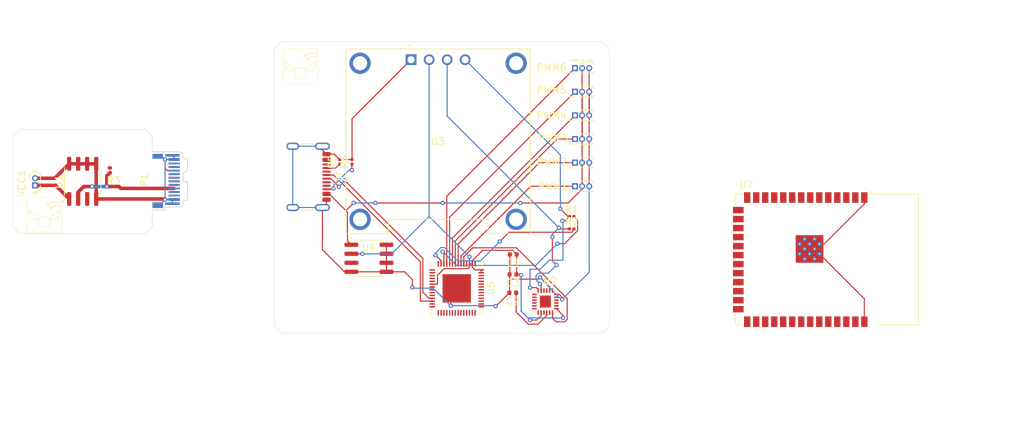
<source format=kicad_pcb>
(kicad_pcb (version 20241229) (generator "pcbnew") (generator_version "9.0")
  (layers (0 "F.Cu" signal) (2 "B.Cu" signal) (13 "F.Paste" user) (15 "B.Paste" user) (5 "F.SilkS" user "F.Silkscreen") (7 "B.SilkS" user "B.Silkscreen") (1 "F.Mask" user) (3 "B.Mask" user) (25 "Edge.Cuts" user))
  (net 0 "")
  (net 2 "SDA")
  (net 4 "3V3")
  (net 5 "Net-(U2-REGOUT)")
  (net 6 "GND")
  (net 13 "ACCELINT")
  (net 14 "PWM4")
  (net 15 "PWM1")
  (net 16 "PWM3")
  (net 17 "PWM2")
  (net 18 "PWM5")
  (net 19 "PWM6")
  (net 20 "SCL")
  (net 52 "Net-(U7-GND-Pad1)")
  (net 66 "USB_D-")
  (net 68 "USB_D+")
  (net 69 "Net-(U5-GPIO7)")
  (net 70 "Net-(U5-GPIO8)")
  (net 72 "5V")
  (net 74 "Net-(J1-CC1)")
  (net 75 "Net-(J1-CC2)")
  (net 76 "Net-(P1-CC)")
  (net 77 "VBUS")
  (net 81 "12V")
  (footprint "Connector_PinHeader_1.00mm:PinHeader_1x03_P1.00mm_Vertical" (layer "F.Cu") (at 182.18 93.67 90)
    (property "Reference" "PWM5")
    (property "Value" "Conn_01x03_MountingPin")
  )
  (footprint "Connector_PinHeader_1.00mm:PinHeader_1x03_P1.00mm_Vertical" (layer "F.Cu") (at 182.18 103.66 90)
    (property "Reference" "PWM2")
    (property "Value" "Conn_01x03_MountingPin")
  )
  (footprint "Connector_USB:USB_C_Plug_JAE_DX07P024AJ1" (layer "F.Cu") (at 124.5425 106.04 90)
    (property "Reference" "P1")
    (property "Value" "USB_C_Plug_USB2.0")
    (fp_line (start -4.3 -1.93) (end -4.3 -0.2275) (stroke (width 0.1)) (layer "Edge.Cuts"))
    (fp_line (start -4.3 -0.2275) (end -3.9 -0.2275) (stroke (width 0.1)) (layer "Edge.Cuts"))
    (fp_line (start 3.9 1.9225) (end 3.9 -1.9175) (stroke (width 0.1)) (layer "Edge.Cuts"))
    (fp_line (start -3.9 1.9225) (end -3.9 -0.2275) (stroke (width 0.1)) (layer "Edge.Cuts"))
    (fp_line (start 3.575 2.3725) (end 3.9 1.9225) (stroke (width 0.1)) (layer "Edge.Cuts"))
    (fp_line (start 3.125 2.3725) (end 3.575 2.3725) (stroke (width 0.1)) (layer "Edge.Cuts"))
    (fp_line (start -3.125 2.3725) (end -3.53 2.3725) (stroke (width 0.1)) (layer "Edge.Cuts"))
    (fp_line (start -3.53 2.3725) (end -3.9 1.9225) (stroke (width 0.1)) (layer "Edge.Cuts"))
    (fp_line (start -0.1 2.4225) (end 0.9 2.4225) (stroke (width 0.1)) (layer "Edge.Cuts"))
    (fp_line (start -0.3 2.6225) (end -0.3 2.8225) (stroke (width 0.1)) (layer "Edge.Cuts"))
    (fp_line (start 2.925 2.8225) (end 2.925 2.5725) (stroke (width 0.1)) (layer "Edge.Cuts"))
    (fp_line (start 1.1 2.8225) (end 1.1 2.6225) (stroke (width 0.1)) (layer "Edge.Cuts"))
    (fp_line (start -2.925 2.8225) (end -2.925 2.5725) (stroke (width 0.1)) (layer "Edge.Cuts"))
    (fp_line (start 1.3 3.0225) (end 2.725 3.0225) (stroke (width 0.1)) (layer "Edge.Cuts"))
    (fp_line (start -0.5 3.0225) (end -2.725 3.0225) (stroke (width 0.1)) (layer "Edge.Cuts"))
    (fp_arc (start -3.125 2.3725) (mid -2.983579 2.431079) (end -2.925 2.5725) (stroke (width 0.1)) (layer "Edge.Cuts"))
    (fp_arc (start 0.9 2.4225) (mid 1.041421 2.481079) (end 1.1 2.6225) (stroke (width 0.1)) (layer "Edge.Cuts"))
    (fp_arc (start 2.925 2.5725) (mid 2.983579 2.431079) (end 3.125 2.3725) (stroke (width 0.1)) (layer "Edge.Cuts"))
    (fp_arc (start -0.3 2.6225) (mid -0.241421 2.481079) (end -0.1 2.4225) (stroke (width 0.1)) (layer "Edge.Cuts"))
    (fp_arc (start 2.925 2.8225) (mid 2.866421 2.963921) (end 2.725 3.0225) (stroke (width 0.1)) (layer "Edge.Cuts"))
    (fp_arc (start -0.3 2.8225) (mid -0.358579 2.963921) (end -0.5 3.0225) (stroke (width 0.1)) (layer "Edge.Cuts"))
    (fp_arc (start 1.3 3.0225) (mid 1.158579 2.963921) (end 1.1 2.8225) (stroke (width 0.1)) (layer "Edge.Cuts"))
    (fp_arc (start -2.725 3.0225) (mid -2.866421 2.963921) (end -2.925 2.8225) (stroke (width 0.1)) (layer "Edge.Cuts"))
  )
  (footprint "Connector_PinHeader_1.00mm:PinHeader_1x03_P1.00mm_Vertical" (layer "F.Cu") (at 182.18 100.33 90)
    (property "Reference" "PWM3")
    (property "Value" "Conn_01x03_MountingPin")
  )
  (footprint "Package_SO:SOIC-8_3.9x4.9mm_P1.27mm" (layer "F.Cu") (at 112.795 106.305 90)
    (property "Reference" "U1")
    (property "Value" "XL1509-5.0")
  )
  (footprint "Resistor_SMD:R_0201_0603Metric" (layer "F.Cu") (at 181.72 113)
    (property "Reference" "R2")
    (property "Value" "4.7K")
  )
  (footprint "hermes:hermes logo" (layer "F.Cu") (at 107.39 111.04)
    (property "Reference" "G***" (hide yes))
    (property "Value" "LOGO" (hide yes))
  )
  (footprint "Capacitor_SMD:C_0402_1005Metric" (layer "F.Cu") (at 173.41 122 180)
    (property "Reference" "C2")
    (property "Value" "C")
  )
  (footprint "Package_SO:SOIC-8_3.9x4.9mm_P1.27mm" (layer "F.Cu") (at 153.14 117.14)
    (property "Reference" "U4")
    (property "Value" "XL1509-3.3")
  )
  (footprint "Resistor_SMD:R_0201_0603Metric" (layer "F.Cu") (at 149.01 103.55 90)
    (property "Reference" "R5")
    (property "Value" "5.1K")
  )
  (footprint "Package_DFN_QFN:QFN-56-1EP_7x7mm_P0.4mm_EP4x4mm" (layer "F.Cu") (at 165.51 121.38 -90)
    (property "Reference" "U5")
    (property "Value" "ESP32-S3")
  )
  (footprint "MPU-6500:QFN40P300X300X95-25N" (layer "F.Cu") (at 178.01 123.24)
    (property "Reference" "U2")
    (property "Value" "MPU-6500")
  )
  (footprint "Capacitor_SMD:C_0402_1005Metric" (layer "F.Cu") (at 173.48 116.6 180)
    (property "Reference" "C1")
    (property "Value" "C")
  )
  (footprint "Capacitor_SMD:C_0402_1005Metric" (layer "F.Cu") (at 173.44 119.42)
    (property "Reference" "C3")
    (property "Value" "C")
  )
  (footprint "Connector_PinHeader_1.00mm:PinHeader_1x03_P1.00mm_Vertical" (layer "F.Cu") (at 182.18 90.34 90)
    (property "Reference" "PWM6")
    (property "Value" "Conn_01x03_MountingPin")
  )
  (footprint "Connector_PinHeader_1.00mm:PinHeader_1x03_P1.00mm_Vertical" (layer "F.Cu") (at 182.18 106.99 90)
    (property "Reference" "PWM1")
    (property "Value" "Conn_01x03_MountingPin")
  )
  (footprint "DM-OLED096-636:MODULE_DM-OLED096-636" (layer "F.Cu") (at 162.89 100.6525)
    (property "Reference" "U3")
    (property "Value" "DM-OLED096-636")
  )
  (footprint "RF_Module:ESP32-S3-WROOM-1" (layer "F.Cu") (at 217.7 117.33 -90)
    (property "Reference" "U7")
    (property "Value" "ESP32-S3-WROOM-1")
  )
  (footprint "Connector_PinHeader_1.00mm:PinHeader_1x02_P1.00mm_Vertical" (layer "F.Cu") (at 106.09 106.86 180)
    (property "Reference" "VCC1")
    (property "Value" "Conn_01x02_MountingPin")
  )
  (footprint "Resistor_SMD:R_0201_0603Metric" (layer "F.Cu") (at 150.76 103.55 90)
    (property "Reference" "R6")
    (property "Value" "5.1K")
  )
  (footprint "hermes:hermes logo" (layer "F.Cu") (at 143.47 90.06)
    (property "Reference" "G***" (hide yes))
    (property "Value" "LOGO" (hide yes))
  )
  (footprint "Connector_USB:USB_C_Receptacle_GCT_USB4105-xx-A_16P_TopMnt_Horizontal" (layer "F.Cu") (at 143.48 105.67 -90)
    (property "Reference" "J1")
    (property "Value" "USB_C_Receptacle_USB2.0_16P")
  )
  (footprint "Resistor_SMD:R_0201_0603Metric" (layer "F.Cu") (at 181.72 111.25)
    (property "Reference" "R1")
    (property "Value" "4.7K")
  )
  (footprint "Connector_PinHeader_1.00mm:PinHeader_1x03_P1.00mm_Vertical" (layer "F.Cu") (at 182.18 97 90)
    (property "Reference" "PWM4")
    (property "Value" "Conn_01x03_MountingPin")
  )
  (footprint "Resistor_SMD:R_0201_0603Metric" (layer "F.Cu") (at 116.68 104.73 -90)
    (property "Reference" "R3")
    (property "Value" "5.1K")
  )
  (gr_line (start 122.603938 102.14) (end 122.603938 99.97) (stroke (width 0.05)) (layer "Edge.Cuts"))
  (gr_line (start 139.81 87.6) (end 140.81 86.6) (stroke (width 0.05)) (layer "Edge.Cuts"))
  (gr_line (start 103.91 113.67) (end 102.91 112.67) (stroke (width 0.05)) (layer "Edge.Cuts"))
  (gr_line (start 122.603938 99.97) (end 121.603938 98.97) (stroke (width 0.05)) (layer "Edge.Cuts"))
  (gr_line (start 140.81 86.6) (end 186.06 86.6) (stroke (width 0.05)) (layer "Edge.Cuts"))
  (gr_line (start 102.91 99.97) (end 103.91 98.97) (stroke (width 0.05)) (layer "Edge.Cuts"))
  (gr_line (start 186.06 86.6) (end 187.06 87.6) (stroke (width 0.05)) (layer "Edge.Cuts"))
  (gr_line (start 186.06 127.68) (end 187.06 126.68) (stroke (width 0.05)) (layer "Edge.Cuts"))
  (gr_line (start 140.81 127.68) (end 139.81 126.68) (stroke (width 0.05)) (layer "Edge.Cuts"))
  (gr_line (start 187.06 126.68) (end 187.06 87.6) (stroke (width 0.05)) (layer "Edge.Cuts"))
  (gr_line (start 121.603938 98.97) (end 103.91 98.97) (stroke (width 0.05)) (layer "Edge.Cuts"))
  (gr_line (start 140.81 127.68) (end 186.06 127.68) (stroke (width 0.05)) (layer "Edge.Cuts"))
  (gr_line (start 127.646421 110.589548) (end 127.646421 110.589548) (stroke (width 0.05)) (layer "Edge.Cuts"))
  (gr_line (start 121.603938 113.67) (end 122.603938 112.67) (stroke (width 0.05)) (layer "Edge.Cuts"))
  (gr_line (start 102.91 112.67) (end 102.91 99.97) (stroke (width 0.05)) (layer "Edge.Cuts"))
  (gr_line (start 122.603938 112.67) (end 122.603938 110.34) (stroke (width 0.05)) (layer "Edge.Cuts"))
  (gr_line (start 121.603938 113.67) (end 103.91 113.67) (stroke (width 0.05)) (layer "Edge.Cuts"))
  (gr_line (start 139.81 126.68) (end 139.81 87.6) (stroke (width 0.05)) (layer "Edge.Cuts"))
  (gr_text "12V\n" (at 105.64 108.13 0) (layer "F.SilkS") (effects (font (size 0.3 0.3) (thickness 0.075)) (justify left bottom)))
  (gr_text "PWM\n" (at 181.63 89.45 0) (layer "F.SilkS") (effects (font (size 0.3 0.3) (thickness 0.075)) (justify left bottom)))
  (gr_text "GND" (at 105.55 105.05 0) (layer "F.SilkS") (effects (font (size 0.3 0.3) (thickness 0.075)) (justify left bottom)))
  (gr_text "GND" (at 183.79 89.46 0) (layer "F.SilkS") (effects (font (size 0.3 0.3) (thickness 0.075)) (justify left bottom)))
  (gr_text "5V\n" (at 182.93 89.45 0) (layer "F.SilkS") (effects (font (size 0.3 0.3) (thickness 0.075)) (justify left bottom)))
  (segment (start 175.84 121.275) (end 176.73 121.275) (width 0.15) (layer "F.Cu") (net 2))
  (segment (start 180.41 111.86) (end 180.79 111.86) (width 0.15) (layer "F.Cu") (net 2))
  (segment (start 180.79 111.86) (end 181.4 111.25) (width 0.15) (layer "F.Cu") (net 2))
  (segment (start 177.01 121.555) (end 177.01 121.695) (width 0.15) (layer "F.Cu") (net 2))
  (segment (start 181.19 111.25) (end 180.12 110.18) (width 0.15) (layer "F.Cu") (net 2))
  (segment (start 181.4 111.25) (end 181.19 111.25) (width 0.15) (layer "F.Cu") (net 2))
  (segment (start 176.73 121.275) (end 177.01 121.555) (width 0.15) (layer "F.Cu") (net 2))
  (via (at 180.12 110.18) (size 0.6) (drill 0.3) (layers "F.Cu" "B.Cu") (net 2))
  (via (at 175.84 121.275) (size 0.6) (drill 0.3) (layers "F.Cu" "B.Cu") (net 2))
  (via (at 180.41 111.86) (size 0.6) (drill 0.3) (layers "F.Cu" "B.Cu") (net 2))
  (segment (start 177.29 118.68) (end 178.56 117.41) (width 0.15) (layer "B.Cu") (net 2))
  (segment (start 175.84 121.275) (end 175.84 118.69) (width 0.15) (layer "B.Cu") (net 2))
  (segment (start 180.486 111.936) (end 180.41 111.86) (width 0.15) (layer "B.Cu") (net 2))
  (segment (start 175.85 118.68) (end 177.29 118.68) (width 0.15) (layer "B.Cu") (net 2))
  (segment (start 175.84 118.69) (end 175.85 118.68) (width 0.15) (layer "B.Cu") (net 2))
  (segment (start 180.486 117.41) (end 180.486 111.936) (width 0.15) (layer "B.Cu") (net 2))
  (segment (start 180.12 110.18) (end 180.12 102.5725) (width 0.15) (layer "B.Cu") (net 2))
  (segment (start 178.56 117.41) (end 180.486 117.41) (width 0.15) (layer "B.Cu") (net 2))
  (segment (start 180.12 102.5725) (end 166.7 89.1525) (width 0.15) (layer "B.Cu") (net 2))
  (segment (start 174.5 119.42) (end 174.59 119.51) (width 0.15) (layer "F.Cu") (net 4))
  (segment (start 168.09758 118.78) (end 168.96 118.78) (width 0.15) (layer "F.Cu") (net 4))
  (segment (start 173.96 119.38) (end 173.92 119.42) (width 0.15) (layer "F.Cu") (net 4))
  (segment (start 150.68 116.52) (end 152.21 116.52) (width 0.15) (layer "F.Cu") (net 4))
  (segment (start 168.96 118.78) (end 168.96 119.18) (width 0.15) (layer "F.Cu") (net 4))
  (segment (start 167.31 118.39242) (end 167.31 117.93) (width 0.15) (layer "F.Cu") (net 4))
  (segment (start 173.374 116.014) (end 173.96 116.6) (width 0.15) (layer "F.Cu") (net 4))
  (segment (start 167.71 117.93) (end 167.71 117.46758) (width 0.15) (layer "F.Cu") (net 4))
  (segment (start 173.96 116.6) (end 173.96 119.38) (width 0.15) (layer "F.Cu") (net 4))
  (segment (start 177.41 125.217978) (end 177.41 124.785) (width 0.15) (layer "F.Cu") (net 4))
  (segment (start 167.31 116.94) (end 167.31 117.93) (width 0.15) (layer "F.Cu") (net 4))
  (segment (start 167.71 117.93) (end 167.71 118.39242) (width 0.15) (layer "F.Cu") (net 4))
  (segment (start 163.732 118.606) (end 167.09642 118.606) (width 0.15) (layer "F.Cu") (net 4))
  (segment (start 150.665 116.505) (end 150.68 116.52) (width 0.15) (layer "F.Cu") (net 4))
  (segment (start 167.71 117.46758) (end 169.16358 116.014) (width 0.15) (layer "F.Cu") (net 4))
  (segment (start 167.71 118.39242) (end 168.09758 118.78) (width 0.15) (layer "F.Cu") (net 4))
  (segment (start 180.5 125.52) (end 180.5 125.185) (width 0.15) (layer "F.Cu") (net 4))
  (segment (start 176.777978 125.85) (end 177.41 125.217978) (width 0.15) (layer "F.Cu") (net 4))
  (segment (start 167.09642 118.606) (end 167.31 118.39242) (width 0.15) (layer "F.Cu") (net 4))
  (segment (start 162.8 120.78) (end 162.8 119.538) (width 0.15) (layer "F.Cu") (net 4))
  (segment (start 167.31 117.93) (end 167.71 117.93) (width 0.15) (layer "F.Cu") (net 4))
  (segment (start 180.5 125.185) (end 179.555 124.24) (width 0.15) (layer "F.Cu") (net 4))
  (segment (start 175.84 125.85) (end 176.777978 125.85) (width 0.15) (layer "F.Cu") (net 4))
  (segment (start 162.06 120.78) (end 162.8 120.78) (width 0.15) (layer "F.Cu") (net 4))
  (segment (start 162.8 119.538) (end 163.732 118.606) (width 0.15) (layer "F.Cu") (net 4))
  (segment (start 173.92 119.42) (end 174.5 119.42) (width 0.15) (layer "F.Cu") (net 4))
  (segment (start 169.16358 116.014) (end 173.374 116.014) (width 0.15) (layer "F.Cu") (net 4))
  (via (at 167.31 116.94) (size 0.6) (drill 0.3) (layers "F.Cu" "B.Cu") (net 4))
  (via (at 180.5 125.52) (size 0.6) (drill 0.3) (layers "F.Cu" "B.Cu") (net 4))
  (via (at 174.59 119.51) (size 0.6) (drill 0.3) (layers "F.Cu" "B.Cu") (net 4))
  (via (at 175.84 125.85) (size 0.6) (drill 0.3) (layers "F.Cu" "B.Cu") (net 4))
  (via (at 152.21 116.52) (size 0.6) (drill 0.3) (layers "F.Cu" "B.Cu") (net 4))
  (segment (start 175.54 125.55) (end 180.47 125.55) (width 0.15) (layer "B.Cu") (net 4))
  (segment (start 161.62 89.1525) (end 161.62 111.25) (width 0.15) (layer "B.Cu") (net 4))
  (segment (start 174.59 124.6) (end 175.54 125.55) (width 0.15) (layer "B.Cu") (net 4))
  (segment (start 161.62 111.25) (end 167.31 116.94) (width 0.15) (layer "B.Cu") (net 4))
  (segment (start 175.54 125.55) (end 175.84 125.85) (width 0.15) (layer "B.Cu") (net 4))
  (segment (start 156.35 116.52) (end 161.62 111.25) (width 0.15) (layer "B.Cu") (net 4))
  (segment (start 180.47 125.55) (end 180.5 125.52) (width 0.15) (layer "B.Cu") (net 4))
  (segment (start 174.59 119.51) (end 174.59 124.6) (width 0.15) (layer "B.Cu") (net 4))
  (segment (start 152.21 116.52) (end 156.35 116.52) (width 0.15) (layer "B.Cu") (net 4))
  (segment (start 175.601412 126.426) (end 176.973978 126.426) (width 0.15) (layer "F.Cu") (net 5))
  (segment (start 176.973978 126.426) (end 178.21 125.189978) (width 0.15) (layer "F.Cu") (net 5))
  (segment (start 173.89 124.714588) (end 175.601412 126.426) (width 0.15) (layer "F.Cu") (net 5))
  (segment (start 178.21 125.189978) (end 178.21 124.785) (width 0.15) (layer "F.Cu") (net 5))
  (segment (start 173.89 122) (end 173.89 124.714588) (width 0.15) (layer "F.Cu") (net 5))
  (segment (start 125.683306 103.221694) (end 125.69 103.215) (width 0.15) (layer "F.Cu") (net 6))
  (segment (start 172.93 121.95) (end 172.96 121.92) (width 0.15) (layer "F.Cu") (net 6))
  (segment (start 184.18 103.66) (end 184.18 100.33) (width 0.15) (layer "F.Cu") (net 6))
  (segment (start 180.374117 122.654139) (end 179.959978 122.24) (width 0.15) (layer "F.Cu") (net 6))
  (segment (start 150.76 103.23) (end 150.76 97.4725) (width 0.15) (layer "F.Cu") (net 6))
  (segment (start 155.615 119.045) (end 155.615 117.775) (width 0.15) (layer "F.Cu") (net 6))
  (segment (start 184.18 93.67) (end 184.18 100.33) (width 0.15) (layer "F.Cu") (net 6))
  (segment (start 177.004 120.086) (end 173.016 120.086) (width 0.15) (layer "F.Cu") (net 6))
  (segment (start 149.01 103.23) (end 150.76 103.23) (width 0.15) (layer "F.Cu") (net 6))
  (segment (start 172.96 120.03) (end 172.96 119.42) (width 0.15) (layer "F.Cu") (net 6))
  (segment (start 184.18 90.34) (end 184.18 93.67) (width 0.15) (layer "F.Cu") (net 6))
  (segment (start 173.016 120.086) (end 172.96 120.03) (width 0.15) (layer "F.Cu") (net 6))
  (segment (start 155.615 116.505) (end 155.615 115.235) (width 0.15) (layer "F.Cu") (net 6))
  (segment (start 106.09 105.86) (end 108.86 105.86) (width 0.5) (layer "F.Cu") (net 6))
  (segment (start 172.96 121.92) (end 172.96 120.7) (width 0.15) (layer "F.Cu") (net 6))
  (segment (start 110.89 103.83) (end 110.86 103.83) (width 0.15) (layer "F.Cu") (net 6))
  (segment (start 114.7 103.83) (end 113.43 103.83) (width 0.5) (layer "F.Cu") (net 6))
  (segment (start 164.66 122.23) (end 165.51 121.38) (width 0.15) (layer "F.Cu") (net 6))
  (segment (start 108.86 105.86) (end 110.89 103.83) (width 0.5) (layer "F.Cu") (net 6))
  (segment (start 124.316735 108.78) (end 124.407483 108.870748) (width 0.15) (layer "F.Cu") (net 6))
  (segment (start 184.18 106.99) (end 184.18 103.66) (width 0.15) (layer "F.Cu") (net 6))
  (segment (start 147.16 109.415) (end 146.585 109.99) (width 0.15) (layer "F.Cu") (net 6))
  (segment (start 148.25 102.47) (end 149.01 103.23) (width 0.15) (layer "F.Cu") (net 6))
  (segment (start 171.04 123.89) (end 172.93 122) (width 0.15) (layer "F.Cu") (net 6))
  (segment (start 177.26951 119.82049) (end 177.004 120.086) (width 0.15) (layer "F.Cu") (net 6))
  (segment (start 114.7 103.83) (end 114.7 108.78) (width 0.5) (layer "F.Cu") (net 6))
  (segment (start 179.959978 122.24) (end 179.555 122.24) (width 0.15) (layer "F.Cu") (net 6))
  (segment (start 172.96 120.3) (end 172.96 120.03) (width 0.15) (layer "F.Cu") (net 6))
  (segment (start 147.16 108.87) (end 147.16 109.415) (width 0.15) (layer "F.Cu") (net 6))
  (segment (start 171 123.89) (end 171.04 123.89) (width 0.15) (layer "F.Cu") (net 6))
  (segment (start 125.69 108.865) (end 124.413231 108.865) (width 0.15) (layer "F.Cu") (net 6))
  (segment (start 110.89 103.83) (end 112.16 103.83) (width 0.5) (layer "F.Cu") (net 6))
  (segment (start 124.424137 103.221694) (end 125.683306 103.221694) (width 0.15) (layer "F.Cu") (net 6))
  (segment (start 150.665 119.045) (end 155.615 119.045) (width 0.15) (layer "F.Cu") (net 6))
  (segment (start 112.16 103.83) (end 113.43 103.83) (width 0.5) (layer "F.Cu") (net 6))
  (segment (start 147.16 102.47) (end 148.25 102.47) (width 0.15) (layer "F.Cu") (net 6))
  (segment (start 178.61 121.16098) (end 178.61 121.695) (width 0.15) (layer "F.Cu") (net 6))
  (segment (start 184.18 93.67) (end 184.18 97) (width 0.15) (layer "F.Cu") (net 6))
  (segment (start 146.585 101.35) (end 146.585 101.895) (width 0.15) (layer "F.Cu") (net 6))
  (segment (start 150.76 97.4725) (end 159.08 89.1525) (width 0.15) (layer "F.Cu") (net 6))
  (segment (start 177.26951 119.82049) (end 178.61 121.16098) (width 0.15) (layer "F.Cu") (net 6))
  (segment (start 180.374117 122.925096) (end 180.374117 122.654139) (width 0.15) (layer "F.Cu") (net 6))
  (segment (start 172.93 122) (end 172.93 121.95) (width 0.15) (layer "F.Cu") (net 6))
  (segment (start 159.26 120.14) (end 158.165 119.045) (width 0.15) (layer "F.Cu") (net 6))
  (segment (start 159.26 121.24) (end 159.26 120.14) (width 0.15) (layer "F.Cu") (net 6))
  (segment (start 124.413231 108.865) (end 124.407483 108.870748) (width 0.15) (layer "F.Cu") (net 6))
  (segment (start 114.7 108.78) (end 124.316735 108.78) (width 0.5) (layer "F.Cu") (net 6))
  (segment (start 158.165 119.045) (end 155.615 119.045) (width 0.15) (layer "F.Cu") (net 6))
  (segment (start 124.286283 108.749548) (end 124.407483 108.870748) (width 0.15) (layer "F.Cu") (net 6))
  (segment (start 146.585 101.895) (end 147.16 102.47) (width 0.15) (layer "F.Cu") (net 6))
  (segment (start 155.615 117.775) (end 155.615 116.505) (width 0.15) (layer "F.Cu") (net 6))
  (segment (start 173 119.38) (end 172.96 119.42) (width 0.15) (layer "F.Cu") (net 6))
  (segment (start 146.585 115.939999) (end 146.585 109.99) (width 0.15) (layer "F.Cu") (net 6))
  (segment (start 172.96 120.7) (end 172.96 120.3) (width 0.15) (layer "F.Cu") (net 6))
  (segment (start 150.665 119.045) (end 149.690001 119.045) (width 0.15) (layer "F.Cu") (net 6))
  (segment (start 164.66 123.82) (end 164.66 122.23) (width 0.15) (layer "F.Cu") (net 6))
  (segment (start 149.690001 119.045) (end 146.585 115.939999) (width 0.15) (layer "F.Cu") (net 6))
  (segment (start 177.26951 119.82049) (end 177.77451 120.32549) (width 0.15) (layer "F.Cu") (net 6))
  (segment (start 173 116.6) (end 173 119.38) (width 0.15) (layer "F.Cu") (net 6))
  (via (at 177.26951 119.82049) (size 0.6) (drill 0.3) (layers "F.Cu" "B.Cu") (net 6))
  (via (at 171 123.89) (size 0.6) (drill 0.3) (layers "F.Cu" "B.Cu") (net 6))
  (via (at 124.407483 108.870748) (size 0.6) (drill 0.3) (layers "F.Cu" "B.Cu") (net 6))
  (via (at 159.26 121.24) (size 0.6) (drill 0.3) (layers "F.Cu" "B.Cu") (net 6))
  (via (at 164.66 123.82) (size 0.6) (drill 0.3) (layers "F.Cu" "B.Cu") (net 6))
  (via (at 124.424137 103.221694) (size 0.6) (drill 0.3) (layers "F.Cu" "B.Cu") (net 6))
  (via (at 180.374117 122.925096) (size 0.6) (drill 0.3) (layers "F.Cu" "B.Cu") (net 6))
  (segment (start 184.18 119.119213) (end 180.374117 122.925096) (width 0.15) (layer "B.Cu") (net 6))
  (segment (start 159.26 121.24) (end 159.38 121.36) (width 0.15) (layer "B.Cu") (net 6))
  (segment (start 142.405 101.35) (end 146.585 101.35) (width 0.15) (layer "B.Cu") (net 6))
  (segment (start 159.38 121.36) (end 162.2 121.36) (width 0.15) (layer "B.Cu") (net 6))
  (segment (start 123.37 102.77) (end 123.972443 102.77) (width 0.15) (layer "B.Cu") (net 6))
  (segment (start 125.69 102.885) (end 125.521 102.716) (width 0.15) (layer "B.Cu") (net 6))
  (segment (start 124.407483 108.870748) (end 124.407483 103.238348) (width 0.15) (layer "B.Cu") (net 6))
  (segment (start 124.407483 103.238348) (end 124.424137 103.221694) (width 0.15) (layer "B.Cu") (net 6))
  (segment (start 170.93 123.82) (end 171 123.89) (width 0.15) (layer "B.Cu") (net 6))
  (segment (start 180.248653 122.925096) (end 180.374117 122.925096) (width 0.15) (layer "B.Cu") (net 6))
  (segment (start 123.613231 109.665) (end 124.407483 108.870748) (width 0.15) (layer "B.Cu") (net 6))
  (segment (start 125.521 102.716) (end 125.44 102.716) (width 0.15) (layer "B.Cu") (net 6))
  (segment (start 125.44 109.115) (end 125.44 109.364) (width 0.15) (layer "B.Cu") (net 6))
  (segment (start 177.77451 120.450953) (end 180.248653 122.925096) (width 0.15) (layer "B.Cu") (net 6))
  (segment (start 123.37 109.665) (end 123.613231 109.665) (width 0.15) (layer "B.Cu") (net 6))
  (segment (start 125.69 108.865) (end 125.44 109.115) (width 0.15) (layer "B.Cu") (net 6))
  (segment (start 164.66 123.82) (end 170.93 123.82) (width 0.15) (layer "B.Cu") (net 6))
  (segment (start 177.77451 120.32549) (end 177.77451 120.450953) (width 0.15) (layer "B.Cu") (net 6))
  (segment (start 162.2 121.36) (end 164.66 123.82) (width 0.15) (layer "B.Cu") (net 6))
  (segment (start 184.18 106.99) (end 184.18 119.119213) (width 0.15) (layer "B.Cu") (net 6))
  (segment (start 142.405 109.99) (end 142.405 101.35) (width 0.15) (layer "B.Cu") (net 6))
  (segment (start 177.26951 119.82049) (end 177.77451 120.32549) (width 0.15) (layer "B.Cu") (net 6))
  (segment (start 146.585 109.99) (end 142.405 109.99) (width 0.15) (layer "B.Cu") (net 6))
  (segment (start 125.69 103.215) (end 125.69 102.885) (width 0.15) (layer "B.Cu") (net 6))
  (segment (start 123.972443 102.77) (end 124.424137 103.221694) (width 0.15) (layer "B.Cu") (net 6))
  (segment (start 180.738588 126.096) (end 181.076 125.758588) (width 0.15) (layer "F.Cu") (net 13))
  (segment (start 167.772412 115.663) (end 166.51 116.925412) (width 0.15) (layer "F.Cu") (net 13))
  (segment (start 173.925194 115.663) (end 167.772412 115.663) (width 0.15) (layer "F.Cu") (net 13))
  (segment (start 181.076 122.813806) (end 173.925194 115.663) (width 0.15) (layer "F.Cu") (net 13))
  (segment (start 166.51 116.925412) (end 166.51 117.93) (width 0.15) (layer "F.Cu") (net 13))
  (segment (start 179.516 126.096) (end 180.738588 126.096) (width 0.15) (layer "F.Cu") (net 13))
  (segment (start 179.01 125.59) (end 179.516 126.096) (width 0.15) (layer "F.Cu") (net 13))
  (segment (start 181.076 125.758588) (end 181.076 122.813806) (width 0.15) (layer "F.Cu") (net 13))
  (segment (start 179.01 124.785) (end 179.01 125.59) (width 0.15) (layer "F.Cu") (net 13))
  (segment (start 164.91 114.27) (end 182.18 97) (width 0.15) (layer "F.Cu") (net 14))
  (segment (start 164.91 117.93) (end 164.91 114.27) (width 0.15) (layer "F.Cu") (net 14))
  (segment (start 166.11 117.93) (end 166.11 116.829024) (width 0.15) (layer "F.Cu") (net 15))
  (segment (start 175.949024 106.99) (end 182.18 106.99) (width 0.15) (layer "F.Cu") (net 15))
  (segment (start 166.11 116.829024) (end 175.949024 106.99) (width 0.15) (layer "F.Cu") (net 15))
  (segment (start 179.68 100.33) (end 182.18 100.33) (width 0.15) (layer "F.Cu") (net 16))
  (segment (start 165.31 117.93) (end 165.31 114.7) (width 0.15) (layer "F.Cu") (net 16))
  (segment (start 165.31 114.7) (end 179.68 100.33) (width 0.15) (layer "F.Cu") (net 16))
  (segment (start 165.71 117.93) (end 165.71 115.13) (width 0.15) (layer "F.Cu") (net 17))
  (segment (start 165.71 115.13) (end 177.18 103.66) (width 0.15) (layer "F.Cu") (net 17))
  (segment (start 177.18 103.66) (end 182.18 103.66) (width 0.15) (layer "F.Cu") (net 17))
  (segment (start 164.51 111.34) (end 182.18 93.67) (width 0.15) (layer "F.Cu") (net 18))
  (segment (start 164.51 117.93) (end 164.51 111.34) (width 0.15) (layer "F.Cu") (net 18))
  (segment (start 164.11 117.93) (end 164.11 108.41) (width 0.15) (layer "F.Cu") (net 19))
  (segment (start 164.11 108.41) (end 182.18 90.34) (width 0.15) (layer "F.Cu") (net 19))
  (segment (start 179.58 118.09) (end 178.99 117.5) (width 0.15) (layer "F.Cu") (net 20))
  (segment (start 178.99 117.5) (end 178.99 114.13) (width 0.15) (layer "F.Cu") (net 20))
  (segment (start 177.41 121.695) (end 177.41 120.91) (width 0.15) (layer "F.Cu") (net 20))
  (segment (start 177.41 120.91) (end 177.25 120.75) (width 0.15) (layer "F.Cu") (net 20))
  (segment (start 180.07 113) (end 181.4 113) (width 0.15) (layer "F.Cu") (net 20))
  (segment (start 179.91 112.84) (end 180.07 113) (width 0.15) (layer "F.Cu") (net 20))
  (via (at 179.58 118.09) (size 0.6) (drill 0.3) (layers "F.Cu" "B.Cu") (net 20))
  (via (at 179.91 112.84) (size 0.6) (drill 0.3) (layers "F.Cu" "B.Cu") (net 20))
  (via (at 177.25 120.75) (size 0.6) (drill 0.3) (layers "F.Cu" "B.Cu") (net 20))
  (via (at 178.99 114.13) (size 0.6) (drill 0.3) (layers "F.Cu" "B.Cu") (net 20))
  (segment (start 178.99 113.76) (end 179.91 112.84) (width 0.15) (layer "B.Cu") (net 20))
  (segment (start 164.16 97.09) (end 179.91 112.84) (width 0.15) (layer "B.Cu") (net 20))
  (segment (start 176.69351 120.19351) (end 176.69351 119.581902) (width 0.15) (layer "B.Cu") (net 20))
  (segment (start 177.030922 119.24449) (end 178.42551 119.24449) (width 0.15) (layer "B.Cu") (net 20))
  (segment (start 178.42551 119.24449) (end 179.58 118.09) (width 0.15) (layer "B.Cu") (net 20))
  (segment (start 177.25 120.75) (end 176.69351 120.19351) (width 0.15) (layer "B.Cu") (net 20))
  (segment (start 176.69351 119.581902) (end 177.030922 119.24449) (width 0.15) (layer "B.Cu") (net 20))
  (segment (start 164.16 89.1525) (end 164.16 97.09) (width 0.15) (layer "B.Cu") (net 20))
  (segment (start 178.99 114.13) (end 178.99 113.76) (width 0.15) (layer "B.Cu") (net 20))
  (segment (start 222.96 122.85) (end 216.64 116.53) (width 0.15) (layer "F.Cu") (net 52))
  (segment (start 217.31 115.13) (end 216.64 115.13) (width 0.15) (layer "F.Cu") (net 52))
  (segment (start 222.96 126.08) (end 222.96 122.85) (width 0.15) (layer "F.Cu") (net 52))
  (segment (start 222.96 109.48) (end 217.31 115.13) (width 0.15) (layer "F.Cu") (net 52))
  (segment (start 222.96 108.58) (end 222.96 109.48) (width 0.15) (layer "F.Cu") (net 52))
  (segment (start 160.736412 117.174094) (end 149.701159 106.138841) (width 0.15) (layer "F.Cu") (net 66))
  (segment (start 160.736412 121.918832) (end 160.736412 117.174094) (width 0.15) (layer "F.Cu") (net 66))
  (segment (start 162.06 122.78) (end 161.59758 122.78) (width 0.15) (layer "F.Cu") (net 66))
  (segment (start 148.9 107.06) (end 147.76 105.92) (width 0.15) (layer "F.Cu") (net 66))
  (segment (start 147.76 105.92) (end 147.16 105.92) (width 0.15) (layer "F.Cu") (net 66))
  (segment (start 161.59758 122.78) (end 160.736412 121.918832) (width 0.15) (layer "F.Cu") (net 66))
  (via (at 148.9 107.06) (size 0.6) (drill 0.3) (layers "F.Cu" "B.Cu") (net 66))
  (via (at 149.701159 106.138841) (size 0.6) (drill 0.3) (layers "F.Cu" "B.Cu") (net 66))
  (segment (start 149.701159 106.258841) (end 148.9 107.06) (width 0.15) (layer "B.Cu") (net 66))
  (segment (start 149.701159 106.138841) (end 149.701159 106.258841) (width 0.15) (layer "B.Cu") (net 66))
  (segment (start 160.385412 117.636268) (end 148.169144 105.42) (width 0.15) (layer "F.Cu") (net 68))
  (segment (start 148.169144 105.42) (end 147.16 105.42) (width 0.15) (layer "F.Cu") (net 68))
  (segment (start 162.06 123.18) (end 160.385412 123.18) (width 0.15) (layer "F.Cu") (net 68))
  (segment (start 160.385412 123.18) (end 160.385412 117.636268) (width 0.15) (layer "F.Cu") (net 68))
  (segment (start 180.724516 115.08) (end 182.546 113.258516) (width 0.15) (layer "F.Cu") (net 69))
  (segment (start 163.71 117.93) (end 163.71 116.315) (width 0.15) (layer "F.Cu") (net 69))
  (segment (start 163.595 116.2) (end 163.535 116.2) (width 0.15) (layer "F.Cu") (net 69))
  (segment (start 179.71 115.08) (end 180.724516 115.08) (width 0.15) (layer "F.Cu") (net 69))
  (segment (start 182.546 113.258516) (end 182.546 111.756) (width 0.15) (layer "F.Cu") (net 69))
  (segment (start 182.546 111.756) (end 182.04 111.25) (width 0.15) (layer "F.Cu") (net 69))
  (segment (start 163.71 116.315) (end 163.595 116.2) (width 0.15) (layer "F.Cu") (net 69))
  (via (at 163.535 116.2) (size 0.6) (drill 0.3) (layers "F.Cu" "B.Cu") (net 69))
  (via (at 179.71 115.08) (size 0.6) (drill 0.3) (layers "F.Cu" "B.Cu") (net 69))
  (segment (start 176.644 118.146) (end 179.71 115.08) (width 0.15) (layer "B.Cu") (net 69))
  (segment (start 163.535 116.2) (end 165.481 118.146) (width 0.15) (layer "B.Cu") (net 69))
  (segment (start 165.481 118.146) (end 176.644 118.146) (width 0.15) (layer "B.Cu") (net 69))
  (segment (start 181.688516 113.476) (end 172.894 113.476) (width 0.15) (layer "F.Cu") (net 70))
  (segment (start 182.04 113.124516) (end 181.688516 113.476) (width 0.15) (layer "F.Cu") (net 70))
  (segment (start 163.31 117.46758) (end 163.31 117.93) (width 0.15) (layer "F.Cu") (net 70))
  (segment (start 162.56242 116.72) (end 163.31 117.46758) (width 0.15) (layer "F.Cu") (net 70))
  (segment (start 182.04 113) (end 182.04 113.124516) (width 0.15) (layer "F.Cu") (net 70))
  (segment (start 172.894 113.476) (end 171.59 114.78) (width 0.15) (layer "F.Cu") (net 70))
  (segment (start 162.53 116.72) (end 162.56242 116.72) (width 0.15) (layer "F.Cu") (net 70))
  (via (at 162.53 116.72) (size 0.6) (drill 0.3) (layers "F.Cu" "B.Cu") (net 70))
  (via (at 171.59 114.78) (size 0.6) (drill 0.3) (layers "F.Cu" "B.Cu") (net 70))
  (segment (start 162.53 116.390412) (end 162.53 116.72) (width 0.15) (layer "B.Cu") (net 70))
  (segment (start 168.854 117.516) (end 165.665588 117.516) (width 0.15) (layer "B.Cu") (net 70))
  (segment (start 163.773588 115.624) (end 163.296412 115.624) (width 0.15) (layer "B.Cu") (net 70))
  (segment (start 171.59 114.78) (end 168.854 117.516) (width 0.15) (layer "B.Cu") (net 70))
  (segment (start 165.665588 117.516) (end 163.773588 115.624) (width 0.15) (layer "B.Cu") (net 70))
  (segment (start 163.296412 115.624) (end 162.53 116.390412) (width 0.15) (layer "B.Cu") (net 70))
  (segment (start 150.99 109.33) (end 149.920806 110.399194) (width 0.15) (layer "F.Cu") (net 72))
  (segment (start 183.18 100.33) (end 183.18 97) (width 0.15) (layer "F.Cu") (net 72))
  (segment (start 183.18 100.33) (end 183.18 93.67) (width 0.15) (layer "F.Cu") (net 72))
  (segment (start 154.07 109.35) (end 154.06 109.34) (width 0.15) (layer "F.Cu") (net 72))
  (segment (start 149.920806 110.399194) (end 149.920806 110.449194) (width 0.15) (layer "F.Cu") (net 72))
  (segment (start 183.18 100.33) (end 183.18 90.34) (width 0.15) (layer "F.Cu") (net 72))
  (segment (start 163.535 109.35) (end 154.07 109.35) (width 0.15) (layer "F.Cu") (net 72))
  (segment (start 181.222 109.35) (end 174.47 109.35) (width 0.15) (layer "F.Cu") (net 72))
  (segment (start 149.920806 110.449194) (end 150.114 110.642388) (width 0.15) (layer "F.Cu") (net 72))
  (segment (start 183.18 106.99) (end 183.18 103.66) (width 0.15) (layer "F.Cu") (net 72))
  (segment (start 183.18 106.99) (end 183.18 107.392) (width 0.15) (layer "F.Cu") (net 72))
  (segment (start 183.18 103.66) (end 183.18 100.33) (width 0.15) (layer "F.Cu") (net 72))
  (segment (start 147.16 108.07) (end 147.541612 108.07) (width 0.15) (layer "F.Cu") (net 72))
  (segment (start 150.114 110.642388) (end 150.114 114.684) (width 0.15) (layer "F.Cu") (net 72))
  (segment (start 183.18 107.392) (end 181.222 109.35) (width 0.15) (layer "F.Cu") (net 72))
  (segment (start 150.114 114.684) (end 150.665 115.235) (width 0.15) (layer "F.Cu") (net 72))
  (segment (start 147.541612 108.07) (end 149.920806 110.449194) (width 0.15) (layer "F.Cu") (net 72))
  (via (at 150.99 109.33) (size 0.6) (drill 0.3) (layers "F.Cu" "B.Cu") (net 72))
  (via (at 174.47 109.35) (size 0.6) (drill 0.3) (layers "F.Cu" "B.Cu") (net 72))
  (via (at 163.535 109.35) (size 0.6) (drill 0.3) (layers "F.Cu" "B.Cu") (net 72))
  (via (at 154.06 109.34) (size 0.6) (drill 0.3) (layers "F.Cu" "B.Cu") (net 72))
  (segment (start 174.47 109.35) (end 163.535 109.35) (width 0.15) (layer "B.Cu") (net 72))
  (segment (start 154.06 109.34) (end 151 109.34) (width 0.15) (layer "B.Cu") (net 72))
  (segment (start 151 109.34) (end 150.99 109.33) (width 0.15) (layer "B.Cu") (net 72))
  (segment (start 149.01 103.87) (end 148.46 104.42) (width 0.15) (layer "F.Cu") (net 74))
  (segment (start 148.46 104.42) (end 147.16 104.42) (width 0.15) (layer "F.Cu") (net 74))
  (segment (start 147.16 107.42) (end 148.031404 107.42) (width 0.15) (layer "F.Cu") (net 75))
  (segment (start 150.73 103.9) (end 150.76 103.87) (width 0.15) (layer "F.Cu") (net 75))
  (segment (start 148.031404 107.42) (end 148.140397 107.311007) (width 0.15) (layer "F.Cu") (net 75))
  (segment (start 150.73 104.72) (end 150.73 103.9) (width 0.15) (layer "F.Cu") (net 75))
  (via (at 150.73 104.72) (size 0.6) (drill 0.3) (layers "F.Cu" "B.Cu") (net 75))
  (via (at 148.140397 107.311007) (size 0.6) (drill 0.3) (layers "F.Cu" "B.Cu") (net 75))
  (segment (start 148.140397 107.311007) (end 148.140397 106.885015) (width 0.15) (layer "B.Cu") (net 75))
  (segment (start 150.305412 104.72) (end 150.73 104.72) (width 0.15) (layer "B.Cu") (net 75))
  (segment (start 148.140397 106.885015) (end 150.305412 104.72) (width 0.15) (layer "B.Cu") (net 75))
  (segment (start 116.68 104.41) (end 116.555484 104.41) (width 0.5) (layer "F.Cu") (net 76))
  (segment (start 116.2 105.53) (end 116.619 105.111) (width 0.5) (layer "F.Cu") (net 77))
  (segment (start 116.619 105.111) (end 116.68 105.111) (width 0.5) (layer "F.Cu") (net 77))
  (segment (start 116.2 107.03) (end 117.895484 107.03) (width 0.5) (layer "F.Cu") (net 77))
  (segment (start 125.69 107.29) (end 118.155484 107.29) (width 0.5) (layer "F.Cu") (net 77))
  (segment (start 112.16 108.78) (end 112.16 107.805001) (width 0.5) (layer "F.Cu") (net 77))
  (segment (start 112.935001 107.03) (end 114.125 107.03) (width 0.5) (layer "F.Cu") (net 77))
  (segment (start 124.353 104.41) (end 124.733 104.79) (width 0.15) (layer "F.Cu") (net 77))
  (segment (start 124.733 104.79) (end 125.69 104.79) (width 0.15) (layer "F.Cu") (net 77))
  (segment (start 112.16 107.805001) (end 112.935001 107.03) (width 0.5) (layer "F.Cu") (net 77))
  (segment (start 117.895484 107.03) (end 118.155484 107.29) (width 0.5) (layer "F.Cu") (net 77))
  (segment (start 116.2 107.03) (end 116.2 105.53) (width 0.5) (layer "F.Cu") (net 77))
  (via (at 116.2 107.03) (size 0.6) (drill 0.3) (layers "F.Cu" "B.Cu") (net 77))
  (via (at 114.125 107.03) (size 0.6) (drill 0.3) (layers "F.Cu" "B.Cu") (net 77))
  (segment (start 116.2 107.03) (end 114.125 107.03) (width 0.5) (layer "B.Cu") (net 77))
  (segment (start 106.09 106.86) (end 108.97 106.86) (width 0.5) (layer "F.Cu") (net 81))
  (segment (start 108.97 106.86) (end 110.89 108.78) (width 0.5) (layer "F.Cu") (net 81))
)
</source>
